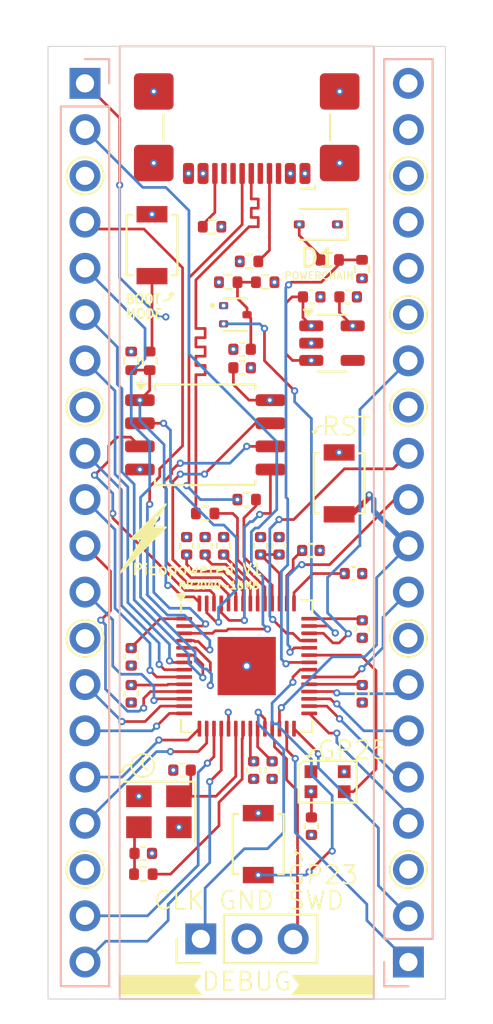
<source format=kicad_pcb>
(kicad_pcb (version 20241229) (generator "pcbnew") (generator_version "9.0")
  (layers (0 "F.Cu" signal) (4 "In1.Cu" signal) (6 "In2.Cu" signal) (2 "B.Cu" signal) (13 "F.Paste" user) (15 "B.Paste" user) (5 "F.SilkS" user "F.Silkscreen") (7 "B.SilkS" user "B.Silkscreen") (1 "F.Mask" user) (3 "B.Mask" user) (25 "Edge.Cuts" user))
  (net 0 "")
  (net 1 "VSYS")
  (net 2 "GND")
  (net 3 "3v3")
  (net 4 "Net-(C15-Pad2)")
  (net 5 "XIN")
  (net 6 "Net-(Q1-D)")
  (net 7 "VBUS")
  (net 9 "GPIO25")
  (net 10 "GPIO8")
  (net 11 "GPIO7")
  (net 12 "GPIO5")
  (net 13 "GPIO9")
  (net 14 "GPIO1")
  (net 15 "GPIO12")
  (net 16 "GPIO3")
  (net 17 "GPIO6")
  (net 18 "GPIO11")
  (net 19 "GPIO10")
  (net 20 "GPIO13")
  (net 21 "GPIO2")
  (net 22 "GPIO15")
  (net 23 "GPIO0")
  (net 24 "GPIO4")
  (net 25 "GPIO14")
  (net 26 "GPIO19")
  (net 27 "GPIO21")
  (net 28 "RUN")
  (net 29 "GPIO18")
  (net 30 "GPIO20")
  (net 31 "GPIO22")
  (net 32 "GPIO28")
  (net 33 "GPIO16")
  (net 34 "GPIO26")
  (net 35 "GPIO17")
  (net 36 "GPIO27")
  (net 37 "SWCLK")
  (net 38 "SWDIO")
  (net 39 "USB_DP")
  (net 40 "USB_DM")
  (net 41 "Net-(P1-CC)")
  (net 42 "GPIO29")
  (net 43 "QSPI_SS")
  (net 44 "Net-(R3-Pad1)")
  (net 45 "XOUT")
  (net 46 "Net-(U1-USB_DP)")
  (net 47 "Net-(U1-USB_DM)")
  (net 48 "GPIO24")
  (net 49 "GPIO23")
  (net 50 "QSPI_SD1")
  (net 51 "QSPI_SD0")
  (net 52 "QSPI_SCLK")
  (net 53 "QSPI_SD2")
  (net 54 "QSPI_SD3")
  (net 56 "Net-(P1-VCONN)")
  (footprint "Capacitor_SMD:C_0402_1005Metric" (layer "F.Cu") (at 25.908 53.34 90)
    (property "Reference" "C12" (hide yes))
    (property "Value" "100nF")
  )
  (footprint "Resistor_SMD:R_0402_1005Metric" (layer "F.Cu") (at 29.208 50.8)
    (property "Reference" "R6" (hide yes))
    (property "Value" "27")
  )
  (footprint "Capacitor_SMD:C_0402_1005Metric" (layer "F.Cu") (at 30.607 65.659 -90)
    (property "Reference" "C6" (hide yes))
    (property "Value" "100nF")
  )
  (footprint "Capacitor_SMD:C_0402_1005Metric" (layer "F.Cu") (at 29.972 53.34 90)
    (property "Reference" "C20" (hide yes))
    (property "Value" "1uF")
  )
  (footprint "Resistor_SMD:R_0402_1005Metric" (layer "F.Cu") (at 26.926 51.562)
    (property "Reference" "R5" (hide yes))
    (property "Value" "27")
  )
  (footprint "Button_Switch_SMD:SW_SPST_B3U-1000P" (layer "F.Cu") (at 24.003 36.83 -90)
    (property "Reference" "SW1" (hide yes))
    (property "Value" "BOOTSELECT")
  )
  (footprint "Package_DFN_QFN:QFN-56-1EP_7x7mm_P0.4mm_EP3.2x3.2mm" (layer "F.Cu") (at 29.21 59.944)
    (property "Reference" "U1" (hide yes))
    (property "Value" "RP2040")
  )
  (footprint "Diode_SMD:D_SOD-323" (layer "F.Cu") (at 33.147 35.687 180)
    (property "Reference" "D1")
    (property "Value" "BAT60A")
  )
  (footprint "Capacitor_SMD:C_0402_1005Metric" (layer "F.Cu") (at 30.988 53.34 90)
    (property "Reference" "C13" (hide yes))
    (property "Value" "100nF")
  )
  (footprint "Capacitor_SMD:C_0402_1005Metric" (layer "F.Cu") (at 26.924 53.34 90)
    (property "Reference" "C11" (hide yes))
    (property "Value" "100nF")
  )
  (footprint "Capacitor_SMD:C_0402_1005Metric" (layer "F.Cu") (at 35.08 54.864)
    (property "Reference" "C9" (hide yes))
    (property "Value" "100nF")
  )
  (footprint "Button_Switch_SMD:SW_SPST_B3U-1000P" (layer "F.Cu") (at 34.29 49.911 -90)
    (property "Reference" "SW3" (hide yes))
    (property "Value" "RST")
  )
  (footprint "Resistor_SMD:R_0402_1005Metric" (layer "F.Cu") (at 35.54875 38.14225 -90)
    (property "Reference" "R8" (hide yes))
    (property "Value" "10k")
  )
  (footprint "Capacitor_SMD:C_0402_1005Metric" (layer "F.Cu") (at 32.738 53.594)
    (property "Reference" "C19" (hide yes))
    (property "Value" "1uF")
  )
  (footprint "Capacitor_SMD:C_0402_1005Metric" (layer "F.Cu") (at 28.956 42.545 180)
    (property "Reference" "C17" (hide yes))
    (property "Value" "1nF")
  )
  (footprint "Capacitor_SMD:C_0402_1005Metric" (layer "F.Cu") (at 32.78275 39.66825)
    (property "Reference" "C1" (hide yes))
    (property "Value" "10uF")
  )
  (footprint "Resistor_SMD:R_0402_1005Metric" (layer "F.Cu") (at 33.77075 37.63625)
    (property "Reference" "R7" (hide yes))
    (property "Value" "5.6k")
  )
  (footprint "Resistor_SMD:R_0402_1005Metric" (layer "F.Cu") (at 30.226 38.862 180)
    (property "Reference" "R9" (hide yes))
    (property "Value" "200K")
  )
  (footprint "Resistor_SMD:R_0402_1005Metric" (layer "F.Cu") (at 28.194 38.862 180)
    (property "Reference" "R10" (hide yes))
    (property "Value" "100K")
  )
  (footprint "Capacitor_SMD:C_0402_1005Metric" (layer "F.Cu") (at 22.86 61.468 -90)
    (property "Reference" "C4" (hide yes))
    (property "Value" "100nF")
  )
  (footprint "Capacitor_SMD:C_0402_1005Metric" (layer "F.Cu") (at 34.78675 39.66825)
    (property "Reference" "C2" (hide yes))
    (property "Value" "10uF")
  )
  (footprint "Package_SO:SOIC-8_5.3x5.3mm_P1.27mm" (layer "F.Cu") (at 26.924 47.244)
    (property "Reference" "U2" (hide yes))
    (property "Value" "W25Q32JVSS")
  )
  (footprint "Capacitor_SMD:C_0402_1005Metric" (layer "F.Cu") (at 25.654 65.659)
    (property "Reference" "C16" (hide yes))
    (property "Value" "15pF")
  )
  (footprint "Capacitor_SMD:C_0402_1005Metric" (layer "F.Cu") (at 28.956 43.561)
    (property "Reference" "C14" (hide yes))
    (property "Value" "100nF")
  )
  (footprint "Capacitor_SMD:C_0402_1005Metric" (layer "F.Cu") (at 32.766 68.735 -90)
    (property "Reference" "C18" (hide yes))
    (property "Value" "100nF")
  )
  (footprint "Resistor_SMD:R_0402_1005Metric" (layer "F.Cu") (at 27.305 35.814)
    (property "Reference" "R11" (hide yes))
    (property "Value" "5.1K")
  )
  (footprint "Capacitor_SMD:C_0402_1005Metric" (layer "F.Cu") (at 27.94 53.34 90)
    (property "Reference" "C10" (hide yes))
    (property "Value" "100nF")
  )
  (footprint "LED_SMD:LED_WS2812B-2020_PLCC4_2.0x2.0mm" (layer "F.Cu") (at 33.655 66.294)
    (property "Reference" "D3" (hide yes))
    (property "Value" "WS2812B-2020")
  )
  (footprint "Crystal:Crystal_SMD_Abracon_ABM8G-4Pin_3.2x2.5mm" (layer "F.Cu") (at 24.384 67.945 180)
    (property "Reference" "Y1" (hide yes))
    (property "Value" "ABM8-272-T3")
  )
  (footprint "Resistor_SMD:R_0402_1005Metric" (layer "F.Cu") (at 29.337 37.719 180)
    (property "Reference" "R1" (hide yes))
    (property "Value" "5.1K")
  )
  (footprint "Capacitor_SMD:C_0402_1005Metric" (layer "F.Cu") (at 29.591 65.659 -90)
    (property "Reference" "C5" (hide yes))
    (property "Value" "100nF")
  )
  (footprint "Capacitor_SMD:C_0402_1005Metric" (layer "F.Cu") (at 23.523 70.231 180)
    (property "Reference" "C15" (hide yes))
    (property "Value" "15pF")
  )
  (footprint "Capacitor_SMD:C_0402_1005Metric" (layer "F.Cu") (at 35.56 61.468 -90)
    (property "Reference" "C7" (hide yes))
    (property "Value" "100nF")
  )
  (footprint "Resistor_SMD:R_0402_1005Metric" (layer "F.Cu") (at 22.86 43.18 90)
    (property "Reference" "R2" (hide yes))
    (property "Value" "10K")
  )
  (footprint "Package_TO_SOT_SMD:SOT-23-5" (layer "F.Cu") (at 33.89775 42.20825)
    (property "Reference" "U3" (hide yes))
    (property "Value" "AP2112K-3.3")
  )
  (footprint "Capacitor_SMD:C_0402_1005Metric" (layer "F.Cu") (at 22.86 59.436 -90)
    (property "Reference" "C3" (hide yes))
    (property "Value" "100nF")
  )
  (footprint "Connector_USB:USB_C_Receptacle_GCT_USB4110" (layer "F.Cu") (at 29.21 29.21 180)
    (property "Reference" "P1" (hide yes))
    (property "Value" "USB_C_Plug_USB2.0")
  )
  (footprint "Connector_PinHeader_2.54mm:PinHeader_1x03_P2.54mm_Vertical" (layer "F.Cu") (at 26.685 74.93 90)
    (property "Reference" "J3" (hide yes))
    (property "Value" "Conn_01x03")
  )
  (footprint "Resistor_SMD:R_0402_1005Metric" (layer "F.Cu") (at 23.876 43.18 -90)
    (property "Reference" "R3" (hide yes))
    (property "Value" "1K")
  )
  (footprint "Resistor_SMD:R_0402_1005Metric" (layer "F.Cu") (at 23.525 71.374)
    (property "Reference" "R4" (hide yes))
    (property "Value" "1K")
  )
  (footprint "Button_Switch_SMD:SW_SPST_B3U-1000P" (layer "F.Cu") (at 29.845 69.723 90)
    (property "Reference" "SW2" (hide yes))
    (property "Value" "USER_BTN")
  )
  (footprint "Capacitor_SMD:C_0402_1005Metric" (layer "F.Cu") (at 35.56 57.912 -90)
    (property "Reference" "C8" (hide yes))
    (property "Value" "100nF")
  )
  (footprint "Package_TO_SOT_SMD:SOT-523" (layer "F.Cu") (at 28.585 40.648)
    (property "Reference" "Q1" (hide yes))
    (property "Value" "DMG1012T")
  )
  (footprint "Connector_PinHeader_2.54mm:PinHeader_1x20_P2.54mm_Vertical" (layer "B.Cu") (at 38.1 76.2)
    (property "Reference" "J2" (hide yes))
    (property "Value" "Conn_01x20")
  )
  (footprint "Connector_PinHeader_2.54mm:PinHeader_1x20_P2.54mm_Vertical" (layer "B.Cu") (at 20.32 27.94 180)
    (property "Reference" "J1" (hide yes))
    (property "Value" "Conn_01x20")
  )
  (gr_line (start 25.214251 39.538143) (end 25.087251 39.442874) (stroke (width 0.1)) (layer "F.SilkS"))
  (gr_line (start 31.822874 70.162749) (end 31.949874 70.289749) (stroke (width 0.1)) (layer "F.SilkS"))
  (gr_circle (center 20.32 71.12) (end 21.336 70.993) (stroke (width 0.1)) (fill no) (layer "F.SilkS"))
  (gr_arc (start 32.951747 47.075857) (mid 33.119338 46.830536) (end 33.400998 46.736) (stroke (width 0.1)) (layer "F.SilkS"))
  (gr_circle (center 23.495 65.405) (end 24.13 65.405) (stroke (width 0.1)) (fill no) (layer "F.SilkS"))
  (gr_arc (start 25.087251 39.538143) (mid 24.91966 39.783464) (end 24.638 39.878) (stroke (width 0.1)) (layer "F.SilkS"))
  (gr_line (start 31.918143 70.035749) (end 31.822874 70.162749) (stroke (width 0.1)) (layer "F.SilkS"))
  (gr_poly (pts (xy 36.195 77.978) (xy 31.75 77.978) (xy 32.131 77.47) (xy 31.75 76.962) (xy 36.195 76.962)) (stroke (width 0.1)) (fill yes) (layer "F.SilkS"))
  (gr_line (start 32.824747 47.075857) (end 32.951747 47.171126) (stroke (width 0.1)) (layer "F.SilkS"))
  (gr_circle (center 20.32 33.02) (end 21.336 32.893) (stroke (width 0.1)) (fill no) (layer "F.SilkS"))
  (gr_arc (start 31.918143 70.162749) (mid 32.163464 70.33034) (end 32.258 70.612) (stroke (width 0.1)) (layer "F.SilkS"))
  (gr_line (start 23.495 65.405) (end 23.749 65.659) (stroke (width 0.1)) (layer "F.SilkS"))
  (gr_circle (center 20.32 45.72) (end 21.336 45.593) (stroke (width 0.1)) (fill no) (layer "F.SilkS"))
  (gr_arc (start 32.639 64.855857) (mid 32.806591 64.610536) (end 33.088251 64.516) (stroke (width 0.1)) (layer "F.SilkS"))
  (gr_circle (center 38.1 71.12) (end 39.116 70.993) (stroke (width 0.1)) (fill no) (layer "F.SilkS"))
  (gr_poly (pts (xy 22.225 76.962) (xy 26.67 76.962) (xy 26.289 77.47) (xy 26.67 77.978) (xy 22.225 77.978)) (stroke (width 0.1)) (fill yes) (layer "F.SilkS"))
  (gr_line (start 22.352 65.786) (end 22.479 65.659) (stroke (width 0.1)) (layer "F.SilkS"))
  (gr_circle (center 38.1 58.42) (end 39.116 58.293) (stroke (width 0.1)) (fill no) (layer "F.SilkS"))
  (gr_circle (center 38.1 40.64) (end 39.123907 40.64) (stroke (width 0.1)) (fill no) (layer "F.SilkS"))
  (gr_circle (center 38.1 45.72) (end 39.116 45.593) (stroke (width 0.1)) (fill no) (layer "F.SilkS"))
  (gr_line (start 25.087251 39.442874) (end 24.960251 39.569874) (stroke (width 0.1)) (layer "F.SilkS"))
  (gr_circle (center 20.32 58.42) (end 21.343907 58.42) (stroke (width 0.1)) (fill no) (layer "F.SilkS"))
  (gr_poly (pts (xy 22.86 52.959) (xy 23.495 52.959) (xy 22.225 54.864) (xy 24.765 52.324) (xy 24.003 52.324) (xy 24.765 51.054)) (stroke (width 0.1)) (fill yes) (layer "F.SilkS"))
  (gr_line (start 32.951747 47.171126) (end 33.078747 47.044126) (stroke (width 0.1)) (layer "F.SilkS"))
  (gr_line (start 32.512 64.855857) (end 32.639 64.951126) (stroke (width 0.1)) (layer "F.SilkS"))
  (gr_line (start 22.225 65.690731) (end 22.352 65.786) (stroke (width 0.1)) (layer "F.SilkS"))
  (gr_arc (start 22.352 65.690731) (mid 22.519591 65.44541) (end 22.801251 65.350874) (stroke (width 0.1)) (layer "F.SilkS"))
  (gr_line (start 32.639 64.951126) (end 32.766 64.824126) (stroke (width 0.1)) (layer "F.SilkS"))
  (gr_line (start 23.495 65.405) (end 23.495 65.024) (stroke (width 0.1)) (layer "F.SilkS"))
  (gr_circle (center 38.1 33.02) (end 39.116 33.147) (stroke (width 0.1)) (fill no) (layer "F.SilkS"))
  (gr_line (start 22.225 78.232) (end 22.225 25.908) (stroke (width 0.1)) (layer "B.SilkS"))
  (gr_line (start 36.195 25.908) (end 36.195 78.232) (stroke (width 0.1)) (layer "B.SilkS"))
  (gr_line (start 22.225 25.908) (end 36.195 25.908) (stroke (width 0.1)) (layer "B.SilkS"))
  (gr_line (start 36.195 78.232) (end 22.225 78.232) (stroke (width 0.1)) (layer "B.SilkS"))
  (gr_rect (start 18.288 25.908) (end 40.132 78.232) (stroke (width 0.05)) (fill no) (layer "Edge.Cuts"))
  (gr_text "CLK GND SWD" (at 29.337 73.406 0) (layer "F.SilkS") (effects (font (size 1 1) (thickness 0.1)) (justify bottom)))
  (gr_text "BOOT\nMODE" (at 22.479 40.894 0) (layer "F.SilkS") (effects (font (size 0.5 0.5) (thickness 0.1)) (justify left bottom)))
  (gr_text "RP2040-16MB\n" (at 25.4 55.753 0) (layer "F.SilkS") (effects (font (size 0.4 0.4) (thickness 0.1)) (justify left bottom)))
  (gr_text "GP23\n" (at 31.369 72.009 0) (layer "F.SilkS") (effects (font (size 1 1) (thickness 0.1)) (justify left bottom)))
  (gr_text "DEBUG\n" (at 29.21 77.851 0) (layer "F.SilkS") (effects (font (size 1 1) (thickness 0.1)) (justify bottom)))
  (gr_text "POWERCHAIN\n" (at 31.242 38.735 0) (layer "F.SilkS") (effects (font (size 0.4 0.4) (thickness 0.0625)) (justify left bottom)))
  (gr_text "GP25" (at 33.02 65.144 0) (layer "F.SilkS") (effects (font (size 1 1) (thickness 0.1)) (justify left bottom)))
  (gr_text "Picopowered V1" (at 22.86 54.991 0) (layer "F.SilkS") (effects (font (size 0.6 0.6) (thickness 0.1)) (justify left bottom)))
  (gr_text "RST\n" (at 33.274 47.371 0) (layer "F.SilkS") (effects (font (size 1 1) (thickness 0.1)) (justify left bottom)))
  (segment (start 32.30275 40.80075) (end 32.30275 39.66825) (width 0.15) (layer "F.Cu") (net 1))
  (segment (start 31.70575 39.66825) (end 31.369 40.005) (width 0.15) (layer "F.Cu") (net 1))
  (segment (start 31.369 40.005) (end 31.369 42.799) (width 0.15) (layer "F.Cu") (net 1))
  (segment (start 31.369 42.799) (end 31.72825 43.15825) (width 0.15) (layer "F.Cu") (net 1))
  (segment (start 32.76025 41.25825) (end 32.30275 40.80075) (width 0.15) (layer "F.Cu") (net 1))
  (segment (start 31.72825 43.15825) (end 32.76025 43.15825) (width 0.15) (layer "F.Cu") (net 1))
  (segment (start 32.30275 39.66825) (end 31.70575 39.66825) (width 0.15) (layer "F.Cu") (net 1))
  (via (at 34.197 35.687) (size 0.4) (drill 0.2) (layers "F.Cu" "B.Cu") (net 1))
  (via (at 32.76025 41.25825) (size 0.4) (drill 0.2) (layers "F.Cu" "B.Cu") (net 1))
  (via (at 30.736 38.862) (size 0.4) (drill 0.2) (layers "F.Cu" "B.Cu") (net 1))
  (via (at 32.76025 43.15825) (size 0.4) (drill 0.2) (layers "F.Cu" "B.Cu") (net 1))
  (segment (start 28.21 63.3815) (end 28.21 62.5) (width 0.15) (layer "F.Cu") (net 2))
  (segment (start 28.21 62.5) (end 28.194 62.484) (width 0.15) (layer "F.Cu") (net 2))
  (via (at 30.988 52.86) (size 0.4) (drill 0.2) (layers "F.Cu" "B.Cu") (net 2))
  (via (at 28.194 62.484) (size 0.4) (drill 0.2) (layers "F.Cu" "B.Cu") (net 2))
  (via (at 29.845 68.023) (size 0.4) (drill 0.2) (layers "F.Cu" "B.Cu") (net 2))
  (via (at 23.284 67.095) (size 0.4) (drill 0.2) (layers "F.Cu" "B.Cu") (net 2))
  (via (at 34.57 65.744) (size 0.4) (drill 0.2) (layers "F.Cu" "B.Cu") (net 2))
  (via (at 34.32 32.315) (size 0.4) (drill 0.2) (layers "F.Cu" "B.Cu") (net 2))
  (via (at 22.86 61.948) (size 0.4) (drill 0.2) (layers "F.Cu" "B.Cu") (net 2))
  (via (at 33.26275 39.66825) (size 0.4) (drill 0.2) (layers "F.Cu" "B.Cu") (net 2))
  (via (at 35.54875 38.65225) (size 0.4) (drill 0.2) (layers "F.Cu" "B.Cu") (net 2))
  (via (at 29.591 66.139) (size 0.4) (drill 0.2) (layers "F.Cu" "B.Cu") (net 2))
  (via (at 35.56 58.392) (size 0.4) (drill 0.2) (layers "F.Cu" "B.Cu") (net 2))
  (via (at 34.29 48.211) (size 0.4) (drill 0.2) (layers "F.Cu" "B.Cu") (net 2))
  (via (at 35.56 61.948) (size 0.4) (drill 0.2) (layers "F.Cu" "B.Cu") (net 2))
  (via (at 24.1 28.385) (size 0.4) (drill 0.2) (layers "F.Cu" "B.Cu") (net 2))
  (via (at 25.908 52.86) (size 0.4) (drill 0.2) (layers "F.Cu" "B.Cu") (net 2))
  (via (at 35.26675 39.66825) (size 0.4) (drill 0.2) (layers "F.Cu" "B.Cu") (net 2))
  (via (at 28.476 42.545) (size 0.4) (drill 0.2) (layers "F.Cu" "B.Cu") (net 2))
  (via (at 32.766 69.215) (size 0.4) (drill 0.2) (layers "F.Cu" "B.Cu") (net 2))
  (via (at 32.76025 42.20825) (size 0.4) (drill 0.2) (layers "F.Cu" "B.Cu") (net 2))
  (via (at 22.86 59.916) (size 0.4) (drill 0.2) (layers "F.Cu" "B.Cu") (net 2))
  (via (at 28.827 37.719) (size 0.4) (drill 0.2) (layers "F.Cu" "B.Cu") (net 2))
  (via (at 24.003 70.231) (size 0.4) (drill 0.2) (layers "F.Cu" "B.Cu") (net 2))
  (via (at 35.56 54.864) (size 0.4) (drill 0.2) (layers "F.Cu" "B.Cu") (net 2))
  (via (at 26.01 32.89) (size 0.4) (drill 0.2) (layers "F.Cu" "B.Cu") (net 2))
  (via (at 26.924 52.86) (size 0.4) (drill 0.2) (layers "F.Cu" "B.Cu") (net 2))
  (via (at 27.684 38.862) (size 0.4) (drill 0.2) (layers "F.Cu" "B.Cu") (net 2))
  (via (at 24.1 32.315) (size 0.4) (drill 0.2) (layers "F.Cu" "B.Cu") (net 2))
  (via (at 33.241 53.594) (size 0.4) (drill 0.2) (layers "F.Cu" "B.Cu") (net 2))
  (via (at 29.21 59.944) (size 0.5) (drill 0.3) (layers "F.Cu" "B.Cu") (net 2))
  (via (at 29.972 52.86) (size 0.4) (drill 0.2) (layers "F.Cu" "B.Cu") (net 2))
  (via (at 29.436 43.561) (size 0.4) (drill 0.2) (layers "F.Cu" "B.Cu") (net 2))
  (via (at 24.003 35.13) (size 0.4) (drill 0.2) (layers "F.Cu" "B.Cu") (net 2))
  (via (at 25.174 65.659) (size 0.4) (drill 0.2) (layers "F.Cu" "B.Cu") (net 2))
  (via (at 27.94 52.86) (size 0.4) (drill 0.2) (layers "F.Cu" "B.Cu") (net 2))
  (via (at 25.484 68.795) (size 0.4) (drill 0.2) (layers "F.Cu" "B.Cu") (net 2))
  (via (at 23.3365 49.149) (size 0.4) (drill 0.2) (layers "F.Cu" "B.Cu") (net 2))
  (via (at 30.607 66.139) (size 0.4) (drill 0.2) (layers "F.Cu" "B.Cu") (net 2))
  (via (at 27.815 35.814) (size 0.4) (drill 0.2) (layers "F.Cu" "B.Cu") (net 2))
  (via (at 32.41 32.89) (size 0.4) (drill 0.2) (layers "F.Cu" "B.Cu") (net 2))
  (via (at 34.32 28.385) (size 0.4) (drill 0.2) (layers "F.Cu" "B.Cu") (net 2))
  (segment (start 32.766 66.842) (end 32.746 66.822) (width 0.15) (layer "F.Cu") (net 3))
  (segment (start 31.764 54.624) (end 31.764 54.088) (width 0.15) (layer "F.Cu") (net 3))
  (segment (start 31.764 54.088) (end 32.258 53.594) (width 0.15) (layer "F.Cu") (net 3))
  (segment (start 26.924 53.848) (end 26.924 53.975) (width 0.15) (layer "F.Cu") (net 3))
  (segment (start 31.41 54.978) (end 31.764 54.624) (width 0.15) (layer "F.Cu") (net 3))
  (segment (start 29.972 53.82) (end 31.01 54.858) (width 0.15) (layer "F.Cu") (net 3))
  (segment (start 31.81 56.5065) (end 31.81 55.90925) (width 0.15) (layer "F.Cu") (net 3))
  (segment (start 34.30675 39.66825) (end 34.30675 40.52975) (width 0.15) (layer "F.Cu") (net 3))
  (segment (start 29.81 63.3815) (end 29.81 64.382) (width 0.15) (layer "F.Cu") (net 3))
  (segment (start 25.908 54.356) (end 25.908 53.848) (width 0.15) (layer "F.Cu") (net 3))
  (segment (start 27.305 54.356) (end 28.067 54.356) (width 0.15) (layer "F.Cu") (net 3))
  (segment (start 29.337 45.339) (end 28.476 44.478) (width 0.15) (layer "F.Cu") (net 3))
  (segment (start 32.85525 54.864) (end 34.544 54.864) (width 0.15) (layer "F.Cu") (net 3))
  (segment (start 24.848 60.988) (end 22.86 60.988) (width 0.15) (layer "F.Cu") (net 3))
  (segment (start 27.94 53.82) (end 27.94 53.848) (width 0.15) (layer "F.Cu") (net 3))
  (segment (start 30.48 45.339) (end 29.337 45.339) (width 0.15) (layer "F.Cu") (net 3))
  (segment (start 25.7725 60.944) (end 24.892 60.944) (width 0.15) (layer "F.Cu") (net 3))
  (segment (start 29.01 55.807) (end 27.94 54.737) (width 0.15) (layer "F.Cu") (net 3))
  (segment (start 22.86 58.928) (end 22.86 58.956) (width 0.15) (layer "F.Cu") (net 3))
  (segment (start 34.544 54.864) (end 34.6 54.864) (width 0.15) (layer "F.Cu") (net 3))
  (segment (start 35.472 57.344) (end 32.6475 57.344) (width 0.15) (layer "F.Cu") (net 3))
  (segment (start 29.01 56.5065) (end 29.01 55.807) (width 0.15) (layer "F.Cu") (net 3))
  (segment (start 28.067 54.356) (end 29.41 55.699) (width 0.15) (layer "F.Cu") (net 3))
  (segment (start 34.30675 40.52975) (end 35.03525 41.25825) (width 0.15) (layer "F.Cu") (net 3))
  (segment (start 25.908 53.848) (end 25.908 53.82) (width 0.15) (layer "F.Cu") (net 3))
  (segment (start 27.94 53.848) (end 29.81 55.718) (width 0.15) (layer "F.Cu") (net 3))
  (segment (start 26.289 54.737) (end 25.908 54.356) (width 0.15) (layer "F.Cu") (net 3))
  (segment (start 29.81 55.718) (end 29.81 56.5065) (width 0.15) (layer "F.Cu") (net 3))
  (segment (start 24.444 57.344) (end 22.86 58.928) (width 0.15) (layer "F.Cu") (net 3))
  (segment (start 29.81 64.382) (end 30.48 65.052) (width 0.15) (layer "F.Cu") (net 3))
  (segment (start 31.41 54.978) (end 31.41 56.5065) (width 0.15) (layer "F.Cu") (net 3))
  (segment (start 29.41 64.97) (end 29.464 65.024) (width 0.15) (layer "F.Cu") (net 3))
  (segment (start 26.924 53.82) (end 26.924 53.848) (width 0.15) (layer "F.Cu") (net 3))
  (segment (start 26.924 53.975) (end 27.305 54.356) (width 0.15) (layer "F.Cu") (net 3))
  (segment (start 32.6475 60.944) (end 35.516 60.944) (width 0.15) (layer "F.Cu") (net 3))
  (segment (start 25.7725 57.344) (end 24.444 57.344) (width 0.15) (layer "F.Cu") (net 3))
  (segment (start 31.01 54.858) (end 31.01 56.5065) (width 0.15) (layer "F.Cu") (net 3))
  (segment (start 31.81 55.90925) (end 32.85525 54.864) (width 0.15) (layer "F.Cu") (net 3))
  (segment (start 32.766 68.255) (end 32.766 66.842) (width 0.15) (layer "F.Cu") (net 3))
  (segment (start 29.41 55.699) (end 29.41 56.5065) (width 0.15) (layer "F.Cu") (net 3))
  (segment (start 24.892 60.944) (end 24.848 60.988) (width 0.15) (layer "F.Cu") (net 3))
  (segment (start 30.5115 45.339) (end 30.48 45.339) (width 0.15) (layer "F.Cu") (net 3))
  (segment (start 35.56 57.432) (end 35.472 57.344) (width 0.15) (layer "F.Cu") (net 3))
  (segment (start 35.516 60.944) (end 35.56 60.988) (width 0.15) (layer "F.Cu") (net 3))
  (segment (start 29.972 53.82) (end 30.988 53.82) (width 0.15) (layer "F.Cu") (net 3))
  (segment (start 29.41 63.3815) (end 29.41 64.97) (width 0.15) (layer "F.Cu") (net 3))
  (segment (start 27.94 54.737) (end 26.289 54.737) (width 0.15) (layer "F.Cu") (net 3))
  (segment (start 28.476 44.478) (end 28.476 43.561) (width 0.15) (layer "F.Cu") (net 3))
  (via (at 27.94 53.848) (size 0.4) (drill 0.2) (layers "F.Cu" "B.Cu") (net 3))
  (via (at 32.746 66.822) (size 0.4) (drill 0.2) (layers "F.Cu" "B.Cu") (net 3))
  (via (at 26.924 53.848) (size 0.4) (drill 0.2) (layers "F.Cu" "B.Cu") (net 3))
  (via (at 22.86 58.956) (size 0.4) (drill 0.2) (layers "F.Cu" "B.Cu") (net 3))
  (via (at 30.988 53.82) (size 0.4) (drill 0.2) (layers "F.Cu" "B.Cu") (net 3))
  (via (at 27.94 40.148) (size 0.4) (drill 0.2) (layers "F.Cu" "B.Cu") (net 3))
  (via (at 30.48 45.339) (size 0.4) (drill 0.2) (layers "F.Cu" "B.Cu") (net 3))
  (via (at 29.591 65.179) (size 0.4) (drill 0.2) (layers "F.Cu" "B.Cu") (net 3))
  (via (at 29.972 53.82) (size 0.4) (drill 0.2) (layers "F.Cu" "B.Cu") (net 3))
  (via (at 35.56 57.432) (size 0.4) (drill 0.2) (layers "F.Cu" "B.Cu") (net 3))
  (via (at 34.544 54.864) (size 0.4) (drill 0.2) (layers "F.Cu" "B.Cu") (net 3))
  (via (at 25.908 53.848) (size 0.4) (drill 0.2) (layers "F.Cu" "B.Cu") (net 3))
  (via (at 22.86 42.67) (size 0.4) (drill 0.2) (layers "F.Cu" "B.Cu") (net 3))
  (via (at 32.258 53.594) (size 0.4) (drill 0.2) (layers "F.Cu" "B.Cu") (net 3))
  (via (at 35.03525 41.25825) (size 0.4) (drill 0.2) (layers "F.Cu" "B.Cu") (net 3))
  (via (at 22.86 60.988) (size 0.4) (drill 0.2) (layers "F.Cu" "B.Cu") (net 3))
  (via (at 35.56 60.988) (size 0.4) (drill 0.2) (layers "F.Cu" "B.Cu") (net 3))
  (via (at 30.607 65.179) (size 0.4) (drill 0.2) (layers "F.Cu" "B.Cu") (net 3))
  (segment (start 23.043 70.231) (end 23.043 71.346) (width 0.15) (layer "F.Cu") (net 4))
  (segment (start 23.043 71.346) (end 23.015 71.374) (width 0.15) (layer "F.Cu") (net 4))
  (segment (start 23.043 69.036) (end 23.284 68.795) (width 0.15) (layer "F.Cu") (net 4))
  (segment (start 23.043 70.231) (end 23.043 69.036) (width 0.15) (layer "F.Cu") (net 4))
  (segment (start 25.484 67.095) (end 26.123 67.095) (width 0.15) (layer "F.Cu") (net 5))
  (segment (start 26.123 67.095) (end 26.134 67.084) (width 0.15) (layer "F.Cu") (net 5))
  (segment (start 28.61 66.005) (end 28.61 63.3815) (width 0.15) (layer "F.Cu") (net 5))
  (segment (start 25.484 67.095) (end 27.52 67.095) (width 0.15) (layer "F.Cu") (net 5))
  (segment (start 27.52 67.095) (end 28.61 66.005) (width 0.15) (layer "F.Cu") (net 5))
  (segment (start 26.134 67.084) (end 26.134 65.659) (width 0.15) (layer "F.Cu") (net 5))
  (segment (start 29.436 40.854) (end 29.23 40.648) (width 0.15) (layer "F.Cu") (net 6))
  (segment (start 29.23 40.279) (end 29.23 40.648) (width 0.15) (layer "F.Cu") (net 6))
  (segment (start 28.704 38.862) (end 29.716 38.862) (width 0.15) (layer "F.Cu") (net 6))
  (segment (start 28.704 38.862) (end 28.704 39.753) (width 0.15) (layer "F.Cu") (net 6))
  (segment (start 29.436 42.545) (end 29.436 40.854) (width 0.15) (layer "F.Cu") (net 6))
  (segment (start 28.704 39.753) (end 29.23 40.279) (width 0.15) (layer "F.Cu") (net 6))
  (segment (start 33.26075 37.45075) (end 33.26075 37.63625) (width 0.15) (layer "F.Cu") (net 7))
  (segment (start 32.097 35.687) (end 32.097 36.287) (width 0.15) (layer "F.Cu") (net 7))
  (segment (start 32.097 36.287) (end 33.26075 37.45075) (width 0.15) (layer "F.Cu") (net 7))
  (via (at 26.81 32.89) (size 0.4) (drill 0.2) (layers "F.Cu" "B.Cu") (net 7))
  (via (at 31.61 32.89) (size 0.4) (drill 0.2) (layers "F.Cu" "B.Cu") (net 7))
  (via (at 32.097 35.687) (size 0.4) (drill 0.2) (layers "F.Cu" "B.Cu") (net 7))
  (segment (start 36.322 65.592) (end 35.07 66.844) (width 0.15) (layer "F.Cu") (net 9))
  (segment (start 32.6475 59.344) (end 35.468 59.344) (width 0.15) (layer "F.Cu") (net 9))
  (segment (start 36.322 60.198) (end 36.322 65.592) (width 0.15) (layer "F.Cu") (net 9))
  (segment (start 35.07 66.844) (end 34.57 66.844) (width 0.15) (layer "F.Cu") (net 9))
  (segment (start 35.468 59.344) (end 36.322 60.198) (width 0.15) (layer "F.Cu") (net 9))
  (segment (start 23.925082 61.344) (end 23.547196 61.721886) (width 0.15) (layer "F.Cu") (net 10))
  (segment (start 21.717 54.737) (end 20.32 53.34) (width 0.15) (layer "F.Cu") (net 10))
  (segment (start 23.547196 61.721886) (end 23.547196 62.25) (width 0.15) (layer "F.Cu") (net 10))
  (segment (start 21.190624 57.422376) (end 21.717 56.896) (width 0.15) (layer "F.Cu") (net 10))
  (segment (start 21.717 56.896) (end 21.717 54.737) (width 0.15) (layer "F.Cu") (net 10))
  (segment (start 25.7725 61.344) (end 23.925082 61.344) (width 0.15) (layer "F.Cu") (net 10))
  (via (at 21.190624 57.422376) (size 0.4) (drill 0.2) (layers "F.Cu" "B.Cu") (net 10))
  (via (at 23.547196 62.25) (size 0.4) (drill 0.2) (layers "F.Cu" "B.Cu") (net 10))
  (segment (start 22.66514 62.426306) (end 21.446 61.207166) (width 0.15) (layer "B.Cu") (net 10))
  (segment (start 21.446 57.677752) (end 21.190624 57.422376) (width 0.15) (layer "B.Cu") (net 10))
  (segment (start 23.298694 62.426306) (end 22.66514 62.426306) (width 0.15) (layer "B.Cu") (net 10))
  (segment (start 23.547196 62.25) (end 23.475 62.25) (width 0.15) (layer "B.Cu") (net 10))
  (segment (start 21.446 61.207166) (end 21.446 57.677752) (width 0.15) (layer "B.Cu") (net 10))
  (segment (start 23.475 62.25) (end 23.298694 62.426306) (width 0.15) (layer "B.Cu") (net 10))
  (segment (start 24.258752 60.544) (end 23.894376 60.179624) (width 0.15) (layer "F.Cu") (net 11))
  (segment (start 25.7725 60.544) (end 24.258752 60.544) (width 0.15) (layer "F.Cu") (net 11))
  (via (at 23.894376 60.179624) (size 0.4) (drill 0.2) (layers "F.Cu" "B.Cu") (net 11))
  (segment (start 23.894376 58.692376) (end 21.971 56.769) (width 0.15) (layer "B.Cu") (net 11))
  (segment (start 21.971 56.769) (end 21.971 52.451) (width 0.15) (layer "B.Cu") (net 11))
  (segment (start 23.894376 60.179624) (end 23.894376 58.692376) (width 0.15) (layer "B.Cu") (net 11))
  (segment (start 21.971 52.451) (end 20.32 50.8) (width 0.15) (layer "B.Cu") (net 11))
  (segment (start 25.7725 59.744) (end 25.050849 59.744) (width 0.15) (layer "F.Cu") (net 12))
  (segment (start 25.050849 59.744) (end 24.965121 59.658272) (width 0.15) (layer "F.Cu") (net 12))
  (via (at 24.965121 59.658272) (size 0.4) (drill 0.2) (layers "F.Cu" "B.Cu") (net 12))
  (segment (start 22.673 56.455) (end 22.673 50.105) (width 0.15) (layer "B.Cu") (net 12))
  (segment (start 24.965121 58.747121) (end 22.673 56.455) (width 0.15) (layer "B.Cu") (net 12))
  (segment (start 24.965121 59.658272) (end 24.965121 58.747121) (width 0.15) (layer "B.Cu") (net 12))
  (segment (start 22.673 50.105) (end 21.971 49.403) (width 0.15) (layer "B.Cu") (net 12))
  (segment (start 21.971 49.403) (end 21.971 44.831) (width 0.15) (layer "B.Cu") (net 12))
  (segment (start 21.971 44.831) (end 20.32 43.18) (width 0.15) (layer "B.Cu") (net 12))
  (segment (start 24.198248 61.744) (end 24.110381 61.831867) (width 0.15) (layer "F.Cu") (net 13))
  (segment (start 25.7725 61.744) (end 24.198248 61.744) (width 0.15) (layer "F.Cu") (net 13))
  (via (at 24.110381 61.831867) (size 0.4) (drill 0.2) (layers "F.Cu" "B.Cu") (net 13))
  (segment (start 23.435 60.392) (end 22.292 60.392) (width 0.15) (layer "B.Cu") (net 13))
  (segment (start 22.292 60.392) (end 21.844 59.944) (width 0.15) (layer "B.Cu") (net 13))
  (segment (start 21.844 57.404) (end 20.32 55.88) (width 0.15) (layer "B.Cu") (net 13))
  (segment (start 24.110381 61.831867) (end 24.110381 61.067381) (width 0.15) (layer "B.Cu") (net 13))
  (segment (start 24.110381 61.067381) (end 23.435 60.392) (width 0.15) (layer "B.Cu") (net 13))
  (segment (start 21.844 59.944) (end 21.844 57.404) (width 0.15) (layer "B.Cu") (net 13))
  (segment (start 30.353 57.912) (end 28.194 57.912) (width 0.15) (layer "F.Cu") (net 14))
  (segment (start 27.471 58.007) (end 27.334 58.144) (width 0.15) (layer "F.Cu") (net 14))
  (segment (start 28.099 58.007) (end 27.471 58.007) (width 0.15) (layer "F.Cu") (net 14))
  (segment (start 27.334 58.144) (end 25.7725 58.144) (width 0.15) (layer "F.Cu") (net 14))
  (segment (start 28.194 57.912) (end 28.099 58.007) (width 0.15) (layer "F.Cu") (net 14))
  (via (at 30.353 57.912) (size 0.4) (drill 0.2) (layers "F.Cu" "B.Cu") (net 14))
  (segment (start 30.861 47.625) (end 26.035 42.799) (width 0.15) (layer "B.Cu") (net 14))
  (segment (start 23.495 33.655) (end 20.32 30.48) (width 0.15) (layer "B.Cu") (net 14))
  (segment (start 30.353 57.912) (end 30.099 57.658) (width 0.15) (layer "B.Cu") (net 14))
  (segment (start 29.676265 52.360876) (end 29.853042 52.360876) (width 0.15) (layer "B.Cu") (net 14))
  (segment (start 29.464 52.57314) (end 29.676265 52.360876) (width 0.15) (layer "B.Cu") (net 14))
  (segment (start 30.099 55.042388) (end 29.464 54.407388) (width 0.15) (layer "B.Cu") (net 14))
  (segment (start 26.035 42.799) (end 26.035 34.925) (width 0.15) (layer "B.Cu") (net 14))
  (segment (start 30.099 57.658) (end 30.099 55.042388) (width 0.15) (layer "B.Cu") (net 14))
  (segment (start 29.853042 52.360876) (end 30.861 51.352918) (width 0.15) (layer "B.Cu") (net 14))
  (segment (start 24.765 33.655) (end 23.495 33.655) (width 0.15) (layer "B.Cu") (net 14))
  (segment (start 29.464 54.407388) (end 29.464 52.57314) (width 0.15) (layer "B.Cu") (net 14))
  (segment (start 30.861 51.352918) (end 30.861 47.625) (width 0.15) (layer "B.Cu") (net 14))
  (segment (start 26.035 34.925) (end 24.765 33.655) (width 0.15) (layer "B.Cu") (net 14))
  (segment (start 26.61 63.3815) (end 25.9835 64.008) (width 0.15) (layer "F.Cu") (net 15))
  (segment (start 25.9835 64.008) (end 24.384 64.008) (width 0.15) (layer "F.Cu") (net 15))
  (via (at 24.384 64.008) (size 0.4) (drill 0.2) (layers "F.Cu" "B.Cu") (net 15))
  (segment (start 24.384 64.008) (end 22.352 66.04) (width 0.15) (layer "B.Cu") (net 15))
  (segment (start 22.352 66.04) (end 20.32 66.04) (width 0.15) (layer "B.Cu") (net 15))
  (segment (start 27.273 60.776166) (end 27.273 60.381834) (width 0.15) (layer "F.Cu") (net 16))
  (segment (start 27.210001 59.754001) (end 26.4 58.944) (width 0.15) (layer "F.Cu") (net 16))
  (segment (start 26.4 58.944) (end 25.7725 58.944) (width 0.15) (layer "F.Cu") (net 16))
  (segment (start 27.210001 60.318835) (end 27.210001 59.754001) (width 0.15) (layer "F.Cu") (net 16))
  (segment (start 27.210001 60.839165) (end 27.273 60.776166) (width 0.15) (layer "F.Cu") (net 16))
  (segment (start 27.273 60.381834) (end 27.210001 60.318835) (width 0.15) (layer "F.Cu") (net 16))
  (segment (start 27.210001 61.014239) (end 27.210001 60.839165) (width 0.15) (layer "F.Cu") (net 16))
  (via (at 27.210001 61.014239) (size 0.4) (drill 0.2) (layers "F.Cu" "B.Cu") (net 16))
  (segment (start 22.8605 43.8145) (end 23.622 43.053) (width 0.15) (layer "B.Cu") (net 16))
  (segment (start 26.994166 60.103) (end 26.817388 60.103) (width 0.15) (layer "B.Cu") (net 16))
  (segment (start 23.375 56.164224) (end 26.168777 58.958) (width 0.15) (layer "B.Cu") (net 16))
  (segment (start 23.375 56.164224) (end 23.375 50.673) (width 0.15) (layer "B.Cu") (net 16))
  (segment (start 26.374388 59.66) (end 26.374388 59.163612) (width 0.15) (layer "B.Cu") (net 16))
  (segment (start 26.374388 59.163612) (end 26.168776 58.958) (width 0.15) (layer "B.Cu") (net 16))
  (segment (start 23.375 50.673) (end 23.876 50.172) (width 0.15) (layer "B.Cu") (net 16))
  (segment (start 26.817388 60.103) (end 26.374388 59.66) (width 0.15) (layer "B.Cu") (net 16))
  (segment (start 26.168776 58.958) (end 26.168777 58.958) (width 0.15) (layer "B.Cu") (net 16))
  (segment (start 22.8605 46.6095) (end 22.8605 43.8145) (width 0.15) (layer "B.Cu") (net 16))
  (segment (start 27.273 60.776166) (end 27.273 60.381834) (width 0.15) (layer "B.Cu") (net 16))
  (segment (start 23.876 47.625) (end 22.8605 46.6095) (width 0.15) (layer "B.Cu") (net 16))
  (segment (start 23.622 43.053) (end 23.622 41.402) (width 0.15) (layer "B.Cu") (net 16))
  (segment (start 27.122464 60.926702) (end 27.273 60.776166) (width 0.15) (layer "B.Cu") (net 16))
  (segment (start 27.273 60.381834) (end 26.994166 60.103) (width 0.15) (layer "B.Cu") (net 16))
  (segment (start 27.210001 61.014239) (end 27.122464 60.926702) (width 0.15) (layer "B.Cu") (net 16))
  (segment (start 23.622 41.402) (end 20.32 38.1) (width 0.15) (layer "B.Cu") (net 16))
  (segment (start 23.876 50.172) (end 23.876 47.625) (width 0.15) (layer "B.Cu") (net 16))
  (segment (start 24.688787 60.144) (end 24.397496 59.852709) (width 0.15) (layer "F.Cu") (net 17))
  (segment (start 25.7725 60.144) (end 24.688787 60.144) (width 0.15) (layer "F.Cu") (net 17))
  (via (at 24.397496 59.852709) (size 0.4) (drill 0.2) (layers "F.Cu" "B.Cu") (net 17))
  (segment (start 24.397496 59.852709) (end 24.397496 58.687496) (width 0.15) (layer "B.Cu") (net 17))
  (segment (start 22.322 50.262) (end 20.32 48.26) (width 0.15) (layer "B.Cu") (net 17))
  (segment (start 22.322 56.612) (end 22.322 50.262) (width 0.15) (layer "B.Cu") (net 17))
  (segment (start 24.397496 58.687496) (end 22.322 56.612) (width 0.15) (layer "B.Cu") (net 17))
  (segment (start 24.959 62.544) (end 25.7725 62.544) (width 0.15) (layer "F.Cu") (net 18))
  (segment (start 24.257 63.246) (end 24.959 62.544) (width 0.15) (layer "F.Cu") (net 18))
  (via (at 24.257 63.246) (size 0.4) (drill 0.2) (layers "F.Cu" "B.Cu") (net 18))
  (segment (start 20.32 63.5) (end 24.003 63.5) (width 0.15) (layer "B.Cu") (net 18))
  (segment (start 24.003 63.5) (end 24.257 63.246) (width 0.15) (layer "B.Cu") (net 18))
  (segment (start 24.47 62.144) (end 23.622 62.992) (width 0.15) (layer "F.Cu") (net 19))
  (segment (start 23.622 62.992) (end 22.352 62.992) (width 0.15) (layer "F.Cu") (net 19))
  (segment (start 25.7725 62.144) (end 24.47 62.144) (width 0.15) (layer "F.Cu") (net 19))
  (via (at 22.352 62.992) (size 0.4) (drill 0.2) (layers "F.Cu" "B.Cu") (net 19))
  (segment (start 22.352 62.992) (end 20.32 60.96) (width 0.15) (layer "B.Cu") (net 19))
  (segment (start 27.01 64.176) (end 26.543 64.643) (width 0.15) (layer "F.Cu") (net 20))
  (segment (start 26.543 64.643) (end 25.019 64.643) (width 0.15) (layer "F.Cu") (net 20))
  (segment (start 27.01 63.3815) (end 27.01 64.176) (width 0.15) (layer "F.Cu") (net 20))
  (via (at 25.019 64.643) (size 0.4) (drill 0.2) (layers "F.Cu" "B.Cu") (net 20))
  (segment (start 24.257 64.643) (end 25.019 64.643) (width 0.15) (layer "B.Cu") (net 20))
  (segment (start 20.32 68.58) (end 24.257 64.643) (width 0.15) (layer "B.Cu") (net 20))
  (segment (start 24.425 49.108) (end 25.684 47.849) (width 0.15) (layer "F.Cu") (net 21))
  (segment (start 25.684 47.849) (end 25.684 38.07) (width 0.15) (layer "F.Cu") (net 21))
  (segment (start 24.425 49.545224) (end 24.425 49.108) (width 0.15) (layer "F.Cu") (net 21))
  (segment (start 25.684 38.07) (end 23.555 35.941) (width 0.15) (layer "F.Cu") (net 21))
  (segment (start 26.545389 58.593) (end 27.005012 59.052624) (width 0.15) (layer "F.Cu") (net 21))
  (segment (start 26.352612 58.593) (end 26.303612 58.544) (width 0.15) (layer "F.Cu") (net 21))
  (segment (start 23.555 35.941) (end 20.701 35.941) (width 0.15) (layer "F.Cu") (net 21))
  (segment (start 20.701 35.941) (end 20.32 35.56) (width 0.15) (layer "F.Cu") (net 21))
  (segment (start 26.352612 58.593) (end 26.545389 58.593) (width 0.15) (layer "F.Cu") (net 21))
  (segment (start 23.876 51.054) (end 23.876 50.094224) (width 0.15) (layer "F.Cu") (net 21))
  (segment (start 23.876 50.094224) (end 24.425 49.545224) (width 0.15) (layer "F.Cu") (net 21))
  (segment (start 27.180376 59.052624) (end 27.005012 59.052624) (width 0.15) (layer "F.Cu") (net 21))
  (segment (start 26.303612 58.544) (end 25.7725 58.544) (width 0.15) (layer "F.Cu") (net 21))
  (via (at 23.876 51.054) (size 0.4) (drill 0.2) (layers "F.Cu" "B.Cu") (net 21))
  (via (at 27.180376 59.052624) (size 0.4) (drill 0.2) (layers "F.Cu" "B.Cu") (net 21))
  (segment (start 27.180376 59.052624) (end 27.180376 58.535047) (width 0.15) (layer "B.Cu") (net 21))
  (segment (start 27.180376 58.535047) (end 25.795329 57.15) (width 0.15) (layer "B.Cu") (net 21))
  (segment (start 25.795329 57.15) (end 24.857164 57.15) (width 0.15) (layer "B.Cu") (net 21))
  (segment (start 23.749 55.995836) (end 23.749 51.181) (width 0.15) (layer "B.Cu") (net 21))
  (segment (start 23.726 56.018836) (end 23.749 55.995836) (width 0.15) (layer "B.Cu") (net 21))
  (segment (start 23.749 51.181) (end 23.876 51.054) (width 0.15) (layer "B.Cu") (net 21))
  (segment (start 24.857164 57.15) (end 23.726 56.018836) (width 0.15) (layer "B.Cu") (net 21))
  (segment (start 27.81 65.662) (end 27.178 66.294) (width 0.15) (layer "F.Cu") (net 22))
  (segment (start 27.81 63.3815) (end 27.81 65.662) (width 0.15) (layer "F.Cu") (net 22))
  (via (at 27.178 66.294) (size 0.4) (drill 0.2) (layers "F.Cu" "B.Cu") (net 22))
  (segment (start 20.32 76.2) (end 21.463 75.057) (width 0.15) (layer "B.Cu") (net 22))
  (segment (start 27.178 70.739) (end 27.178 66.294) (width 0.15) (layer "B.Cu") (net 22))
  (segment (start 24.892 73.025) (end 27.178 70.739) (width 0.15) (layer "B.Cu") (net 22))
  (segment (start 23.749 75.057) (end 24.892 73.914) (width 0.15) (layer "B.Cu") (net 22))
  (segment (start 21.463 75.057) (end 23.749 75.057) (width 0.15) (layer "B.Cu") (net 22))
  (segment (start 24.892 73.914) (end 24.892 73.025) (width 0.15) (layer "B.Cu") (net 22))
  (segment (start 25.7725 57.744) (end 26.838 57.744) (width 0.15) (layer "F.Cu") (net 23))
  (segment (start 26.838 57.744) (end 26.949541 57.632459) (width 0.15) (layer "F.Cu") (net 23))
  (segment (start 22.225 29.845) (end 20.32 27.94) (width 0.15) (layer "F.Cu") (net 23))
  (segment (start 22.225 33.528) (end 22.225 29.845) (width 0.15) (layer "F.Cu") (net 23))
  (via (at 22.225 33.528) (size 0.4) (drill 0.2) (layers "F.Cu" "B.Cu") (net 23))
  (via (at 26.949541 57.632459) (size 0.4) (drill 0.2) (layers "F.Cu" "B.Cu") (net 23))
  (via (at 24.765 40.767) (size 0.4) (drill 0.2) (layers "F.Cu" "B.Cu") (net 23))
  (via (at 24.257 51.816) (size 0.4) (drill 0.2) (layers "F.Cu" "B.Cu") (net 23))
  (segment (start 24.1 52.1) (end 24.257 51.943) (width 0.15) (layer "B.Cu") (net 23))
  (segment (start 26.086082 56.769) (end 24.972552 56.769) (width 0.15) (layer "B.Cu") (net 23))
  (segment (start 24.972552 56.769) (end 24.1 55.896448) (width 0.15) (layer "B.Cu") (net 23))
  (segment (start 26.949541 57.632459) (end 26.086082 56.769) (width 0.15) (layer "B.Cu") (net 23))
  (segment (start 24.384 40.767) (end 22.225 38.608) (width 0.15) (layer "B.Cu") (net 23))
  (segment (start 24.765 40.767) (end 24.384 40.767) (width 0.15) (layer "B.Cu") (net 23))
  (segment (start 22.225 38.608) (end 22.225 33.528) (width 0.15) (layer "B.Cu") (net 23))
  (segment (start 24.257 51.943) (end 24.257 51.816) (width 0.15) (layer "B.Cu") (net 23))
  (segment (start 24.1 55.896448) (end 24.1 52.1) (width 0.15) (layer "B.Cu") (net 23))
  (segment (start 26.27242 59.344) (end 25.7725 59.344) (width 0.15) (layer "F.Cu") (net 24))
  (segment (start 26.797 60.579) (end 26.797 59.86858) (width 0.15) (layer "F.Cu") (net 24))
  (segment (start 26.797 59.86858) (end 26.27242 59.344) (width 0.15) (layer "F.Cu") (net 24))
  (via (at 26.797 60.579) (size 0.4) (drill 0.2) (layers "F.Cu" "B.Cu") (net 24))
  (segment (start 26.023388 59.309) (end 23.024 56.309612) (width 0.15) (layer "B.Cu") (net 24))
  (segment (start 26.797 60.579) (end 26.023388 59.805388) (width 0.15) (layer "B.Cu") (net 24))
  (segment (start 22.352 44.715611) (end 22.098 44.461612) (width 0.15) (layer "B.Cu") (net 24))
  (segment (start 22.098 42.418) (end 20.32 40.64) (width 0.15) (layer "B.Cu") (net 24))
  (segment (start 22.098 44.461612) (end 22.098 42.418) (width 0.15) (layer "B.Cu") (net 24))
  (segment (start 22.352 49.287612) (end 22.352 44.715611) (width 0.15) (layer "B.Cu") (net 24))
  (segment (start 26.023388 59.805388) (end 26.023388 59.309) (width 0.15) (layer "B.Cu") (net 24))
  (segment (start 23.024 56.309612) (end 23.024 49.959612) (width 0.15) (layer "B.Cu") (net 24))
  (segment (start 23.024 49.959612) (end 22.352 49.287612) (width 0.15) (layer "B.Cu") (net 24))
  (segment (start 27.41 64.919) (end 27.051 65.278) (width 0.15) (layer "F.Cu") (net 25))
  (segment (start 27.41 63.3815) (end 27.41 64.919) (width 0.15) (layer "F.Cu") (net 25))
  (via (at 27.051 65.278) (size 0.4) (drill 0.2) (layers "F.Cu" "B.Cu") (net 25))
  (segment (start 26.543 65.786) (end 26.543 70.877612) (width 0.15) (layer "B.Cu") (net 25))
  (segment (start 26.543 70.877612) (end 23.760612 73.66) (width 0.15) (layer "B.Cu") (net 25))
  (segment (start 27.051 65.278) (end 26.543 65.786) (width 0.15) (layer "B.Cu") (net 25))
  (segment (start 23.760612 73.66) (end 20.32 73.66) (width 0.15) (layer "B.Cu") (net 25))
  (segment (start 32.6475 62.144) (end 33.616245 62.144) (width 0.15) (layer "F.Cu") (net 26))
  (segment (start 33.616245 62.144) (end 34.313622 62.841377) (width 0.15) (layer "F.Cu") (net 26))
  (via (at 34.313622 62.841377) (size 0.4) (drill 0.2) (layers "F.Cu" "B.Cu") (net 26))
  (segment (start 34.313622 62.841377) (end 37.512245 66.04) (width 0.15) (layer "B.Cu") (net 26))
  (segment (start 37.512245 66.04) (end 38.1 66.04) (width 0.15) (layer "B.Cu") (net 26))
  (segment (start 34.088 61.344) (end 34.163 61.419) (width 0.15) (layer "F.Cu") (net 27))
  (segment (start 32.6475 61.344) (end 34.088 61.344) (width 0.15) (layer "F.Cu") (net 27))
  (via (at 34.163 61.419) (size 0.4) (drill 0.2) (layers "F.Cu" "B.Cu") (net 27))
  (segment (start 37.596 61.464) (end 38.1 60.96) (width 0.15) (layer "B.Cu") (net 27))
  (segment (start 34.163 61.419) (end 34.208 61.464) (width 0.15) (layer "B.Cu") (net 27))
  (segment (start 34.208 61.464) (end 37.596 61.464) (width 0.15) (layer "B.Cu") (net 27))
  (segment (start 34.29 51.611) (end 35.003 51.611) (width 0.3) (layer "F.Cu") (net 28))
  (segment (start 35.941 50.673) (end 35.941 50.546) (width 0.3) (layer "F.Cu") (net 28))
  (segment (start 31.01 63.3815) (end 31.01 62.335) (width 0.15) (layer "F.Cu") (net 28))
  (segment (start 35.003 51.611) (end 35.941 50.673) (width 0.3) (layer "F.Cu") (net 28))
  (segment (start 31.01 62.335) (end 31.115 62.23) (width 0.15) (layer "F.Cu") (net 28))
  (via (at 35.941 50.546) (size 0.4) (drill 0.2) (layers "F.Cu" "B.Cu") (net 28))
  (via (at 31.115 62.23) (size 0.4) (drill 0.2) (layers "F.Cu" "B.Cu") (net 28))
  (segment (start 33.909 59.436) (end 35.698612 59.436) (width 0.15) (layer "B.Cu") (net 28))
  (segment (start 36.352 55.088) (end 38.1 53.34) (width 0.15) (layer "B.Cu") (net 28))
  (segment (start 36.195 51.435) (end 38.1 53.34) (width 0.3) (layer "B.Cu") (net 28))
  (segment (start 31.115 62.23) (end 33.909 59.436) (width 0.15) (layer "B.Cu") (net 28))
  (segment (start 35.941 50.546) (end 36.195 50.8) (width 0.3) (layer "B.Cu") (net 28))
  (segment (start 36.195 50.8) (end 36.195 51.435) (width 0.3) (layer "B.Cu") (net 28))
  (segment (start 35.698612 59.436) (end 36.352 58.782612) (width 0.15) (layer "B.Cu") (net 28))
  (segment (start 36.352 58.782612) (end 36.352 55.088) (width 0.15) (layer "B.Cu") (net 28))
  (segment (start 32.6475 62.544) (end 33.7305 63.627) (width 0.15) (layer "F.Cu") (net 29))
  (segment (start 33.7305 63.627) (end 34.163 63.627) (width 0.15) (layer "F.Cu") (net 29))
  (via (at 34.163 63.627) (size 0.4) (drill 0.2) (layers "F.Cu" "B.Cu") (net 29))
  (segment (start 34.163 64.135) (end 38.1 68.072) (width 0.15) (layer "B.Cu") (net 29))
  (segment (start 38.1 68.072) (end 38.1 68.58) (width 0.15) (layer "B.Cu") (net 29))
  (segment (start 34.163 63.627) (end 34.163 64.135) (width 0.15) (layer "B.Cu") (net 29))
  (segment (start 32.6475 61.744) (end 33.814834 61.744) (width 0.15) (layer "F.Cu") (net 30))
  (segment (start 33.814834 61.744) (end 34.089837 62.019003) (width 0.15) (layer "F.Cu") (net 30))
  (segment (start 34.089837 62.019003) (end 34.163 62.019003) (width 0.15) (layer "F.Cu") (net 30))
  (via (at 34.163 62.019003) (size 0.4) (drill 0.2) (layers "F.Cu" "B.Cu") (net 30))
  (segment (start 34.163 62.019003) (end 35.643997 63.5) (width 0.15) (layer "B.Cu") (net 30))
  (segment (start 35.643997 63.5) (end 38.1 63.5) (width 0.15) (layer "B.Cu") (net 30))
  (segment (start 35.087 60.544) (end 35.541624 60.089376) (width 0.15) (layer "F.Cu") (net 31))
  (segment (start 32.6475 60.544) (end 35.087 60.544) (width 0.15) (layer "F.Cu") (net 31))
  (via (at 35.541624 60.089376) (size 0.4) (drill 0.2) (layers "F.Cu" "B.Cu") (net 31))
  (segment (start 36.703 57.277) (end 38.1 55.88) (width 0.15) (layer "B.Cu") (net 31))
  (segment (start 36.703 58.928) (end 36.703 57.277) (width 0.15) (layer "B.Cu") (net 31))
  (segment (start 35.541624 60.089376) (end 36.703 58.928) (width 0.15) (layer "B.Cu") (net 31))
  (segment (start 34.798 58.166) (end 34.29 58.674) (width 0.15) (layer "F.Cu") (net 32))
  (segment (start 33.423 58.144) (end 32.6475 58.144) (width 0.15) (layer "F.Cu") (net 32))
  (segment (start 34.29 58.674) (end 33.953 58.674) (width 0.15) (layer "F.Cu") (net 32))
  (segment (start 33.953 58.674) (end 33.423 58.144) (width 0.15) (layer "F.Cu") (net 32))
  (via (at 34.798 58.166) (size 0.4) (drill 0.2) (layers "F.Cu" "B.Cu") (net 32))
  (segment (start 33.655 57.023) (end 33.655 55.079834) (width 0.15) (layer "B.Cu") (net 32))
  (segment (start 34.798 58.166) (end 33.655 57.023) (width 0.15) (layer "B.Cu") (net 32))
  (segment (start 35.394834 53.34) (end 35.433 53.34) (width 0.15) (layer "B.Cu") (net 32))
  (segment (start 33.655 55.079834) (end 35.394834 53.34) (width 0.15) (layer "B.Cu") (net 32))
  (segment (start 35.433 53.34) (end 35.433 45.847) (width 0.15) (layer "B.Cu") (net 32))
  (segment (start 35.433 45.847) (end 38.1 43.18) (width 0.15) (layer "B.Cu") (net 32))
  (segment (start 31.41 64.557) (end 31.877 65.024) (width 0.15) (layer "F.Cu") (net 33))
  (segment (start 31.41 63.3815) (end 31.41 64.557) (width 0.15) (layer "F.Cu") (net 33))
  (via (at 31.877 65.024) (size 0.4) (drill 0.2) (layers "F.Cu" "B.Cu") (net 33))
  (segment (start 31.877 65.024) (end 31.877 69.088) (width 0.15) (layer "B.Cu") (net 33))
  (segment (start 35.814 73.025) (end 35.814 73.914) (width 0.15) (layer "B.Cu") (net 33))
  (segment (start 35.814 73.914) (end 38.1 76.2) (width 0.15) (layer "B.Cu") (net 33))
  (segment (start 31.877 69.088) (end 35.814 73.025) (width 0.15) (layer "B.Cu") (net 33))
  (segment (start 33.763624 54.374376) (end 37.338 50.8) (width 0.15) (layer "F.Cu") (net 34))
  (segment (start 32.6475 58.944) (end 31.828 58.944) (width 0.15) (layer "F.Cu") (net 34))
  (segment (start 37.338 50.8) (end 38.1 50.8) (width 0.15) (layer "F.Cu") (net 34))
  (segment (start 31.828 58.944) (end 31.59 59.182) (width 0.15) (layer "F.Cu") (net 34))
  (segment (start 32.239 54.374376) (end 33.763624 54.374376) (width 0.15) (layer "F.Cu") (net 34))
  (via (at 32.239 54.374376) (size 0.4) (drill 0.2) (layers "F.Cu" "B.Cu") (net 34))
  (via (at 31.59 59.182) (size 0.4) (drill 0.2) (layers "F.Cu" "B.Cu") (net 34))
  (segment (start 31.466 55.021) (end 31.466 58.771) (width 0.15) (layer "B.Cu") (net 34))
  (segment (start 31.466 58.771) (end 31.59 58.895) (width 0.15) (layer "B.Cu") (net 34))
  (segment (start 31.59 58.895) (end 31.59 59.182) (width 0.15) (layer "B.Cu") (net 34))
  (segment (start 32.112624 54.374376) (end 31.466 55.021) (width 0.15) (layer "B.Cu") (net 34))
  (segment (start 32.239 54.374376) (end 32.112624 54.374376) (width 0.15) (layer "B.Cu") (net 34))
  (segment (start 33.147 64.7185) (end 33.147 64.77) (width 0.15) (layer "F.Cu") (net 35))
  (segment (start 31.81 63.3815) (end 33.147 64.7185) (width 0.15) (layer "F.Cu") (net 35))
  (via (at 33.147 64.77) (size 0.4) (drill 0.2) (layers "F.Cu" "B.Cu") (net 35))
  (segment (start 33.147 65.532) (end 36.449 68.834) (width 0.15) (layer "B.Cu") (net 35))
  (segment (start 36.449 72.009) (end 38.1 73.66) (width 0.15) (layer "B.Cu") (net 35))
  (segment (start 33.147 64.77) (end 33.147 65.532) (width 0.15) (layer "B.Cu") (net 35))
  (segment (start 36.449 68.834) (end 36.449 72.009) (width 0.15) (layer "B.Cu") (net 35))
  (segment (start 32.14758 58.544) (end 31.75 58.14642) (width 0.15) (layer "F.Cu") (net 36))
  (segment (start 31.75 58.14642) (end 31.401328 58.14642) (width 0.15) (layer "F.Cu") (net 36))
  (segment (start 32.6475 58.544) (end 32.14758 58.544) (width 0.15) (layer "F.Cu") (net 36))
  (segment (start 34.583 49.11) (end 37.25 49.11) (width 0.15) (layer "F.Cu") (net 36))
  (segment (start 37.25 49.11) (end 38.1 48.26) (width 0.15) (layer "F.Cu") (net 36))
  (segment (start 30.989001 51.896669) (end 31.796331 51.896669) (width 0.15) (layer "F.Cu") (net 36))
  (segment (start 31.796331 51.896669) (end 34.583 49.11) (width 0.15) (layer "F.Cu") (net 36))
  (segment (start 31.401328 58.14642) (end 30.64 57.385092) (width 0.15) (layer "F.Cu") (net 36))
  (via (at 30.64 57.385092) (size 0.4) (drill 0.2) (layers "F.Cu" "B.Cu") (net 36))
  (via (at 30.989001 51.896669) (size 0.4) (drill 0.2) (layers "F.Cu" "B.Cu") (net 36))
  (segment (start 30.48 57.225092) (end 30.48 52.40567) (width 0.15) (layer "B.Cu") (net 36))
  (segment (start 30.48 52.40567) (end 30.989001 51.896669) (width 0.15) (layer "B.Cu") (net 36))
  (segment (start 30.64 57.385092) (end 30.48 57.225092) (width 0.15) (layer "B.Cu") (net 36))
  (segment (start 30.21 62.849) (end 29.845 62.484) (width 0.15) (layer "F.Cu") (net 37))
  (segment (start 30.21 63.3815) (end 30.21 62.849) (width 0.15) (layer "F.Cu") (net 37))
  (via (at 29.845 62.484) (size 0.4) (drill 0.2) (layers "F.Cu" "B.Cu") (net 37))
  (segment (start 31.242 64.516) (end 31.242 69.088) (width 0.15) (layer "B.Cu") (net 37))
  (segment (start 29.083 69.977) (end 26.924 72.136) (width 0.15) (layer "B.Cu") (net 37))
  (segment (start 30.353 69.977) (end 29.083 69.977) (width 0.15) (layer "B.Cu") (net 37))
  (segment (start 26.924 72.136) (end 26.924 74.93) (width 0.15) (layer "B.Cu") (net 37))
  (segment (start 29.845 63.119) (end 31.242 64.516) (width 0.15) (layer "B.Cu") (net 37))
  (segment (start 31.242 69.088) (end 30.353 69.977) (width 0.15) (layer "B.Cu") (net 37))
  (segment (start 29.845 62.484) (end 29.845 63.119) (width 0.15) (layer "B.Cu") (net 37))
  (segment (start 30.73529 64.378678) (end 31.401 65.044388) (width 0.15) (layer "F.Cu") (net 38))
  (segment (start 31.401 66.199) (end 32.004 66.802) (width 0.15) (layer "F.Cu") (net 38))
  (segment (start 30.634 63.90542) (end 30.73529 64.00671) (width 0.15) (layer "F.Cu") (net 38))
  (segment (start 30.634 63.4055) (end 30.634 63.90542) (width 0.15) (layer "F.Cu") (net 38))
  (segment (start 30.73529 64.00671) (end 30.73529 64.378678) (width 0.15) (layer "F.Cu") (net 38))
  (segment (start 30.61 63.3815) (end 30.634 63.4055) (width 0.15) (layer "F.Cu") (net 38))
  (segment (start 31.401 65.044388) (end 31.401 66.199) (width 0.15) (layer "F.Cu") (net 38))
  (segment (start 32.004 66.802) (end 32.004 74.93) (width 0.15) (layer "F.Cu") (net 38))
  (segment (start 26.924 42.926) (end 26.924 42.418) (width 0.15) (layer "F.Cu") (net 39))
  (segment (start 29.845 34.798) (end 29.845 34.29) (width 0.15) (layer "F.Cu") (net 39))
  (segment (start 29.46 34.798) (end 29.845 34.798) (width 0.15) (layer "F.Cu") (net 39))
  (segment (start 29.337 35.814) (end 29.845 35.814) (width 0.15) (layer "F.Cu") (net 39))
  (segment (start 29.845 35.306) (end 29.46 35.306) (width 0.15) (layer "F.Cu") (net 39))
  (segment (start 26.416 42.418) (end 26.416 41.91) (width 0.15) (layer "F.Cu") (net 39))
  (segment (start 26.416 41.402) (end 26.416 38.735) (width 0.15) (layer "F.Cu") (net 39))
  (segment (start 26.416 42.926) (end 26.924 42.926) (width 0.15) (layer "F.Cu") (net 39))
  (segment (start 26.416 51.562) (end 26.416 43.942) (width 0.15) (layer "F.Cu") (net 39))
  (segment (start 26.924 43.434) (end 26.416 43.434) (width 0.15) (layer "F.Cu") (net 39))
  (segment (start 26.416 43.434) (end 26.416 42.926) (width 0.15) (layer "F.Cu") (net 39))
  (segment (start 26.924 42.418) (end 26.416 42.418) (width 0.15) (layer "F.Cu") (net 39))
  (segment (start 26.416 38.735) (end 29.337 35.814) (width 0.15) (layer "F.Cu") (net 39))
  (segment (start 26.924 41.402) (end 26.416 41.402) (width 0.15) (layer "F.Cu") (net 39))
  (segment (start 26.924 41.91) (end 26.924 41.402) (width 0.15) (layer "F.Cu") (net 39))
  (segment (start 29.845 34.29) (end 29.46 34.29) (width 0.15) (layer "F.Cu") (net 39))
  (segment (start 29.46 34.29) (end 29.46 32.89) (width 0.15) (layer "F.Cu") (net 39))
  (segment (start 26.416 41.91) (end 26.924 41.91) (width 0.15) (layer "F.Cu") (net 39))
  (segment (start 29.46 35.306) (end 29.46 34.798) (width 0.15) (layer "F.Cu") (net 39))
  (segment (start 26.416 43.942) (end 26.924 43.942) (width 0.15) (layer "F.Cu") (net 39))
  (segment (start 26.924 43.942) (end 26.924 43.434) (width 0.15) (layer "F.Cu") (net 39))
  (segment (start 29.845 35.814) (end 29.845 35.306) (width 0.15) (layer "F.Cu") (net 39))
  (segment (start 26.035 38.619612) (end 28.96 35.694612) (width 0.15) (layer "F.Cu") (net 40))
  (segment (start 28.96 32.89) (end 28.96 35.694612) (width 0.15) (layer "F.Cu") (net 40))
  (segment (start 26.035 49.911) (end 25.908 50.038) (width 0.15) (layer "F.Cu") (net 40))
  (segment (start 26.035 38.619612) (end 26.035 49.911) (width 0.15) (layer "F.Cu") (net 40))
  (via (at 25.908 50.038) (size 0.4) (drill 0.2) (layers "F.Cu" "B.Cu") (net 40))
  (via (at 28.698 50.8) (size 0.4) (drill 0.2) (layers "F.Cu" "B.Cu") (net 40))
  (segment (start 26.67 50.8) (end 28.698 50.8) (width 0.15) (layer "B.Cu") (net 40))
  (segment (start 25.908 50.038) (end 26.67 50.8) (width 0.15) (layer "B.Cu") (net 40))
  (segment (start 30.46 37.106) (end 29.847 37.719) (width 0.15) (layer "F.Cu") (net 41))
  (segment (start 30.46 32.89) (end 30.46 37.106) (width 0.15) (layer "F.Cu") (net 41))
  (segment (start 30.186 43.173) (end 30.186 41.402) (width 0.15) (layer "F.Cu") (net 42))
  (segment (start 31.844 44.831) (end 30.186 43.173) (width 0.15) (layer "F.Cu") (net 42))
  (segment (start 32.6475 57.744) (end 33.694752 57.744) (width 0.15) (layer "F.Cu") (net 42))
  (segment (start 33.694752 57.744) (end 34.076376 58.125624) (width 0.15) (layer "F.Cu") (net 42))
  (via (at 34.076376 58.125624) (size 0.4) (drill 0.2) (layers "F.Cu" "B.Cu") (net 42))
  (via (at 31.844 44.831) (size 0.4) (drill 0.2) (layers "F.Cu" "B.Cu") (net 42))
  (via (at 30.186 41.402) (size 0.4) (drill 0.2) (layers "F.Cu" "B.Cu") (net 42))
  (via (at 27.94 41.148) (size 0.4) (drill 0.2) (layers "F.Cu" "B.Cu") (net 42))
  (segment (start 32.766 56.815248) (end 32.766 46.355) (width 0.15) (layer "B.Cu") (net 42))
  (segment (start 34.076376 58.125624) (end 32.766 56.815248) (width 0.15) (layer "B.Cu") (net 42))
  (segment (start 32.766 46.355) (end 31.844 45.433) (width 0.15) (layer "B.Cu") (net 42))
  (segment (start 31.844 45.433) (end 31.844 44.831) (width 0.15) (layer "B.Cu") (net 42))
  (segment (start 29.932 41.148) (end 27.94 41.148) (width 0.15) (layer "B.Cu") (net 42))
  (segment (start 30.186 41.402) (end 29.932 41.148) (width 0.15) (layer "B.Cu") (net 42))
  (segment (start 26.299 56.144) (end 26.61 56.455) (width 0.15) (layer "F.Cu") (net 43))
  (segment (start 22.86 43.69) (end 23.876 43.69) (width 0.15) (layer "F.Cu") (net 43))
  (segment (start 26.61 56.455) (end 26.61 56.5065) (width 0.15) (layer "F.Cu") (net 43))
  (segment (start 25.048988 55.517376) (end 25.675611 56.144) (width 0.15) (layer "F.Cu") (net 43))
  (segment (start 25.675611 56.144) (end 26.299 56.144) (width 0.15) (layer "F.Cu") (net 43))
  (segment (start 23.876 43.69) (end 23.876 44.7995) (width 0.15) (layer "F.Cu") (net 43))
  (segment (start 23.876 44.7995) (end 23.3365 45.339) (width 0.15) (layer "F.Cu") (net 43))
  (segment (start 24.873624 55.517376) (end 25.048988 55.517376) (width 0.15) (layer "F.Cu") (net 43))
  (via (at 23.3365 45.339) (size 0.4) (drill 0.2) (layers "F.Cu" "B.Cu") (net 43))
  (via (at 24.873624 55.517376) (size 0.4) (drill 0.2) (layers "F.Cu" "B.Cu") (net 43))
  (segment (start 24.668 49.967554) (end 24.765 50.064555) (width 0.15) (layer "B.Cu") (net 43))
  (segment (start 23.3365 46.4505) (end 23.3365 45.339) (width 0.15) (layer "B.Cu") (net 43))
  (segment (start 24.668 49.967554) (end 24.668 47.782) (width 0.15) (layer "B.Cu") (net 43))
  (segment (start 24.668 47.782) (end 23.3365 46.4505) (width 0.15) (layer "B.Cu") (net 43))
  (segment (start 24.873624 55.517376) (end 24.765 55.408752) (width 0.15) (layer "B.Cu") (net 43))
  (segment (start 24.765 55.408752) (end 24.765 50.064555) (width 0.15) (layer "B.Cu") (net 43))
  (segment (start 24.003 42.543) (end 23.876 42.67) (width 0.15) (layer "F.Cu") (net 44))
  (segment (start 24.003 38.53) (end 24.003 42.543) (width 0.15) (layer "F.Cu") (net 44))
  (segment (start 25.019 71.374) (end 27.686 68.707) (width 0.15) (layer "F.Cu") (net 45))
  (segment (start 24.035 71.374) (end 25.019 71.374) (width 0.15) (layer "F.Cu") (net 45))
  (segment (start 27.686 67.425389) (end 28.961 66.150389) (width 0.15) (layer "F.Cu") (net 45))
  (segment (start 28.961 66.150389) (end 28.961 63.93042) (width 0.15) (layer "F.Cu") (net 45))
  (segment (start 28.986 63.90542) (end 28.986 63.4055) (width 0.15) (layer "F.Cu") (net 45))
  (segment (start 28.986 63.4055) (end 29.01 63.3815) (width 0.15) (layer "F.Cu") (net 45))
  (segment (start 28.961 63.93042) (end 28.986 63.90542) (width 0.15) (layer "F.Cu") (net 45))
  (segment (start 27.686 68.707) (end 27.686 67.425389) (width 0.15) (layer "F.Cu") (net 45))
  (segment (start 30.21 55.61) (end 28.702 54.102) (width 0.15) (layer "F.Cu") (net 46))
  (segment (start 30.21 56.5065) (end 30.21 55.61) (width 0.15) (layer "F.Cu") (net 46))
  (segment (start 28.702 54.102) (end 28.702 51.816) (width 0.15) (layer "F.Cu") (net 46))
  (segment (start 27.436 51.562) (end 28.448 51.562) (width 0.15) (layer "F.Cu") (net 46))
  (segment (start 28.448 51.562) (end 28.702 51.816) (width 0.15) (layer "F.Cu") (net 46))
  (segment (start 29.718 50.8) (end 29.718 51.151) (width 0.15) (layer "F.Cu") (net 47))
  (segment (start 30.61 56.5065) (end 30.61 55.513611) (width 0.15) (layer "F.Cu") (net 47))
  (segment (start 29.718 51.151) (end 29.053 51.816) (width 0.15) (layer "F.Cu") (net 47))
  (segment (start 29.053 53.956611) (end 29.053 51.816) (width 0.15) (layer "F.Cu") (net 47))
  (segment (start 30.61 55.513611) (end 29.053 53.956611) (width 0.15) (layer "F.Cu") (net 47))
  (segment (start 31.369 59.817) (end 31.442 59.744) (width 0.15) (layer "F.Cu") (net 48))
  (segment (start 31.656 38.862) (end 33.307 38.862) (width 0.15) (layer "F.Cu") (net 48))
  (segment (start 31.5125 39.0055) (end 31.656 38.862) (width 0.15) (layer "F.Cu") (net 48))
  (segment (start 31.442 59.744) (end 32.6475 59.744) (width 0.15) (layer "F.Cu") (net 48))
  (segment (start 33.307 38.862) (end 34.28075 37.88825) (width 0.15) (layer "F.Cu") (net 48))
  (segment (start 34.28075 37.63625) (end 35.54475 37.63625) (width 0.15) (layer "F.Cu") (net 48))
  (via (at 31.5125 39.0055) (size 0.4) (drill 0.2) (layers "F.Cu" "B.Cu") (net 48))
  (via (at 31.369 59.817) (size 0.4) (drill 0.2) (layers "F.Cu" "B.Cu") (net 48))
  (segment (start 31.5125 39.0055) (end 31.35775 39.16025) (width 0.15) (layer "B.Cu") (net 48))
  (segment (start 31.35775 44.11325) (end 31.369 44.1245) (width 0.15) (layer "B.Cu") (net 48))
  (segment (start 31.464 54.388) (end 31.115 54.737) (width 0.15) (layer "B.Cu") (net 48))
  (segment (start 31.369 44.1245) (end 31.369 50.673) (width 0.15) (layer "B.Cu") (net 48))
  (segment (start 31.35775 39.16025) (end 31.35775 44.11325) (width 0.15) (layer "B.Cu") (net 48))
  (segment (start 31.369 50.673) (end 31.464 50.768) (width 0.15) (layer "B.Cu") (net 48))
  (segment (start 31.464 50.768) (end 31.464 54.388) (width 0.15) (layer "B.Cu") (net 48))
  (segment (start 31.115 54.737) (end 31.115 59.563) (width 0.15) (layer "B.Cu") (net 48))
  (segment (start 31.115 59.563) (end 31.369 59.817) (width 0.15) (layer "B.Cu") (net 48))
  (segment (start 32.6475 60.144) (end 32.14758 60.144) (width 0.15) (layer "F.Cu") (net 49))
  (segment (start 33.909 70.104) (end 33.782 70.104) (width 0.15) (layer "F.Cu") (net 49))
  (segment (start 33.782 70.104) (end 32.639 71.247) (width 0.15) (layer "F.Cu") (net 49))
  (segment (start 32.14758 60.144) (end 31.75 60.54158) (width 0.15) (layer "F.Cu") (net 49))
  (segment (start 31.75 60.54158) (end 31.75 60.833) (width 0.15) (layer "F.Cu") (net 49))
  (via (at 32.639 71.247) (size 0.4) (drill 0.2) (layers "F.Cu" "B.Cu") (net 49))
  (via (at 29.845 71.423) (size 0.4) (drill 0.2) (layers "F.Cu" "B.Cu") (net 49))
  (via (at 33.909 70.104) (size 0.4) (drill 0.2) (layers "F.Cu" "B.Cu") (net 49))
  (via (at 31.75 60.833) (size 0.4) (drill 0.2) (layers "F.Cu" "B.Cu") (net 49))
  (segment (start 32.766 65.062166) (end 32.766 65.913) (width 0.15) (layer "B.Cu") (net 49))
  (segment (start 32.639 71.247) (end 32.463 71.423) (width 0.15) (layer "B.Cu") (net 49))
  (segment (start 30.607 61.976) (end 30.607 63.119) (width 0.15) (layer "B.Cu") (net 49))
  (segment (start 32.766 65.913) (end 33.909 67.056) (width 0.15) (layer "B.Cu") (net 49))
  (segment (start 30.988 63.284166) (end 32.766 65.062166) (width 0.15) (layer "B.Cu") (net 49))
  (segment (start 32.463 71.423) (end 29.845 71.423) (width 0.15) (layer "B.Cu") (net 49))
  (segment (start 30.607 63.119) (end 30.988 63.119) (width 0.15) (layer "B.Cu") (net 49))
  (segment (start 31.75 60.833) (end 30.607 61.976) (width 0.15) (layer "B.Cu") (net 49))
  (segment (start 30.988 63.119) (end 30.988 63.284166) (width 0.15) (layer "B.Cu") (net 49))
  (segment (start 33.909 67.056) (end 33.909 70.104) (width 0.15) (layer "B.Cu") (net 49))
  (segment (start 27.53558 57.532) (end 27.663829 57.532) (width 0.15) (layer "F.Cu") (net 50))
  (segment (start 27.01 57.00642) (end 27.53558 57.532) (width 0.15) (layer "F.Cu") (net 50))
  (segment (start 24.638 46.609) (end 23.3365 46.609) (width 0.15) (layer "F.Cu") (net 50))
  (segment (start 27.01 56.5065) (end 27.01 57.00642) (width 0.15) (layer "F.Cu") (net 50))
  (via (at 27.663829 57.532) (size 0.4) (drill 0.2) (layers "F.Cu" "B.Cu") (net 50))
  (via (at 24.638 46.609) (size 0.4) (drill 0.2) (layers "F.Cu" "B.Cu") (net 50))
  (segment (start 25.019 49.822166) (end 25.019 46.99) (width 0.15) (layer "B.Cu") (net 50))
  (segment (start 27.393834 52.197) (end 25.019 49.822166) (width 0.15) (layer "B.Cu") (net 50))
  (segment (start 28.644306 52.89114) (end 27.950166 52.197) (width 0.15) (layer "B.Cu") (net 50))
  (segment (start 27.950166 52.197) (end 27.393834 52.197) (width 0.15) (layer "B.Cu") (net 50))
  (segment (start 27.663829 56.733477) (end 28.644306 55.753) (width 0.15) (layer "B.Cu") (net 50))
  (segment (start 25.019 46.99) (end 24.638 46.609) (width 0.15) (layer "B.Cu") (net 50))
  (segment (start 27.663829 57.532) (end 27.663829 56.733477) (width 0.15) (layer "B.Cu") (net 50))
  (segment (start 28.644306 55.753) (end 28.644306 52.89114) (width 0.15) (layer "B.Cu") (net 50))
  (segment (start 27.81 57.00642) (end 28.24058 57.437) (width 0.15) (layer "F.Cu") (net 51))
  (segment (start 29.923789 51.616963) (end 29.978752 51.562) (width 0.15) (layer "F.Cu") (net 51))
  (segment (start 28.24058 57.437) (end 29.083 57.437) (width 0.15) (layer "F.Cu") (net 51))
  (segment (start 30.48 51.562) (end 30.5115 51.5305) (width 0.15) (layer "F.Cu") (net 51))
  (segment (start 30.5115 51.5305) (end 30.5115 49.149) (width 0.15) (layer "F.Cu") (net 51))
  (segment (start 27.81 56.5065) (end 27.81 57.00642) (width 0.15) (layer "F.Cu") (net 51))
  (segment (start 29.978752 51.562) (end 30.48 51.562) (width 0.15) (layer "F.Cu") (net 51))
  (via (at 29.083 57.437) (size 0.4) (drill 0.2) (layers "F.Cu" "B.Cu") (net 51))
  (via (at 29.923789 51.616963) (size 0.4) (drill 0.2) (layers "F.Cu" "B.Cu") (net 51))
  (segment (start 29.397124 52.009876) (end 29.530876 52.009876) (width 0.15) (layer "B.Cu") (net 51))
  (segment (start 29.083 52.324) (end 29.397124 52.009876) (width 0.15) (layer "B.Cu") (net 51))
  (segment (start 29.530876 52.009876) (end 29.923789 51.616963) (width 0.15) (layer "B.Cu") (net 51))
  (segment (start 29.083 57.437) (end 29.083 52.324) (width 0.15) (layer "B.Cu") (net 51))
  (segment (start 24.795 54.235776) (end 24.795 50.216388) (width 0.15) (layer "F.Cu") (net 52))
  (segment (start 25.362834 48.927) (end 25.56 48.927) (width 0.15) (layer "F.Cu") (net 52))
  (segment (start 24.795 50.216388) (end 24.668 50.089388) (width 0.15) (layer "F.Cu") (net 52))
  (segment (start 25.56 48.927) (end 25.56 48.802997) (width 0.15) (layer "F.Cu") (net 52))
  (segment (start 25.084 49.382612) (end 25.084 49.205834) (width 0.15) (layer "F.Cu") (net 52))
  (segment (start 24.873611 54.314389) (end 24.967111 54.407889) (width 0.15) (layer "F.Cu") (net 52))
  (segment (start 24.967111 54.407889) (end 25.79261 55.233388) (width 0.15) (layer "F.Cu") (net 52))
  (segment (start 24.668 49.798611) (end 24.668 49.798612) (width 0.15) (layer "F.Cu") (net 52))
  (segment (start 25.998221 55.439001) (end 26.288999 55.439) (width 0.15) (layer "F.Cu") (net 52))
  (segment (start 24.795 49.671612) (end 25.084 49.382612) (width 0.15) (layer "F.Cu") (net 52))
  (segment (start 25.998221 55.439001) (end 25.998222 55.439) (width 0.15) (layer "F.Cu") (net 52))
  (segment (start 26.289001 55.439001) (end 26.288999 55.439) (width 0.15) (layer "F.Cu") (net 52))
  (segment (start 28.21 56.00658) (end 27.64242 55.439) (width 0.15) (layer "F.Cu") (net 52))
  (segment (start 26.289001 55.439001) (end 27.64242 55.439) (width 0.15) (layer "F.Cu") (net 52))
  (segment (start 28.21 56.5065) (end 28.21 56.00658) (width 0.15) (layer "F.Cu") (net 52))
  (segment (start 24.795 49.671611) (end 24.795 49.671612) (width 0.15) (layer "F.Cu") (net 52))
  (segment (start 24.668 49.798612) (end 24.795 49.671611) (width 0.15) (layer "F.Cu") (net 52))
  (segment (start 25.79261 55.23339) (end 25.79261 55.233388) (width 0.15) (layer "F.Cu") (net 52))
  (segment (start 25.998222 55.439) (end 25.79261 55.23339) (width 0.15) (layer "F.Cu") (net 52))
  (segment (start 29.21 47.879) (end 30.5115 47.879) (width 0.15) (layer "F.Cu") (net 52))
  (segment (start 25.084 49.205834) (end 25.362834 48.927) (width 0.15) (layer "F.Cu") (net 52))
  (segment (start 24.967111 54.407889) (end 24.795 54.235776) (width 0.15) (layer "F.Cu") (net 52))
  (segment (start 24.668 50.089388) (end 24.668 49.798611) (width 0.15) (layer "F.Cu") (net 52))
  (via (at 29.21 47.879) (size 0.4) (drill 0.2) (layers "F.Cu" "B.Cu") (net 52))
  (via (at 25.56 48.802997) (size 0.4) (drill 0.2) (layers "F.Cu" "B.Cu") (net 52))
  (segment (start 25.56 48.802997) (end 28.286003 48.802997) (width 0.15) (layer "B.Cu") (net 52))
  (segment (start 28.286003 48.802997) (end 29.21 47.879) (width 0.15) (layer "B.Cu") (net 52))
  (segment (start 27.19642 55.793) (end 25.821 55.793) (width 0.15) (layer "F.Cu") (net 53))
  (segment (start 21.847 51.819) (end 21.847 51.562) (width 0.15) (layer "F.Cu") (net 53))
  (segment (start 21.847 51.819) (end 25.821 55.793) (width 0.15) (layer "F.Cu") (net 53))
  (segment (start 22.8285 47.371) (end 23.3365 47.879) (width 0.15) (layer "F.Cu") (net 53))
  (segment (start 21.62575 47.84325) (end 22.098 47.371) (width 0.15) (layer "F.Cu") (net 53))
  (segment (start 27.41 56.00658) (end 27.19642 55.793) (width 0.15) (layer "F.Cu") (net 53))
  (segment (start 27.41 56.5065) (end 27.41 56.00658) (width 0.15) (layer "F.Cu") (net 53))
  (segment (start 21.62575 48.67675) (end 21.62575 47.84325) (width 0.15) (layer "F.Cu") (net 53))
  (segment (start 22.098 47.371) (end 22.8285 47.371) (width 0.15) (layer "F.Cu") (net 53))
  (segment (start 21.62575 48.67675) (end 20.845374 49.457126) (width 0.15) (layer "F.Cu") (net 53))
  (via (at 20.845374 49.457126) (size 0.4) (drill 0.2) (layers "F.Cu" "B.Cu") (net 53))
  (via (at 21.847 51.562) (size 0.4) (drill 0.2) (layers "F.Cu" "B.Cu") (net 53))
  (segment (start 21.847 50.458752) (end 21.847 51.562) (width 0.15) (layer "B.Cu") (net 53))
  (segment (start 20.845374 49.457126) (end 21.847 50.458752) (width 0.15) (layer "B.Cu") (net 53))
  (segment (start 28.61 56.5065) (end 28.61 55.903388) (width 0.15) (layer "F.Cu") (net 54))
  (segment (start 26.143611 55.088) (end 27.794612 55.088) (width 0.15) (layer "F.Cu") (net 54))
  (segment (start 25.146 54.090388) (end 26.143611 55.088) (width 0.15) (layer "F.Cu") (net 54))
  (segment (start 26.891 49.403) (end 29.685 46.609) (width 0.15) (layer "F.Cu") (net 54))
  (segment (start 25.146 49.817) (end 25.56 49.403) (width 0.15) (layer "F.Cu") (net 54))
  (segment (start 25.146 54.090388) (end 25.146 49.817) (width 0.15) (layer "F.Cu") (net 54))
  (segment (start 28.61 55.903388) (end 27.794612 55.088) (width 0.15) (layer "F.Cu") (net 54))
  (segment (start 29.685 46.609) (end 30.5115 46.609) (width 0.15) (layer "F.Cu") (net 54))
  (via (at 26.891 49.403) (size 0.4) (drill 0.2) (layers "F.Cu" "B.Cu") (net 54))
  (via (at 25.56 49.403) (size 0.4) (drill 0.2) (layers "F.Cu" "B.Cu") (net 54))
  (segment (start 25.56 49.403) (end 26.891 49.403) (width 0.15) (layer "B.Cu") (net 54))
  (segment (start 27.46 32.89) (end 27.46 35.028) (width 0.15) (layer "F.Cu") (net 56))
  (segment (start 27.46 35.028) (end 26.801 35.687) (width 0.15) (layer "F.Cu") (net 56))
)
</source>
